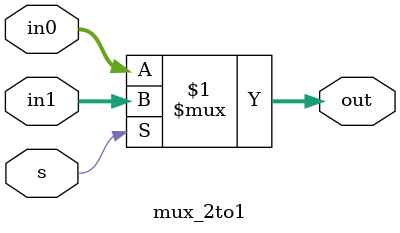
<source format=v>
module mux_2to1
#(
    parameter SIZE = 32
)
(
    input [SIZE-1:0] in0, in1,
    input s,
    output [SIZE-1:0] out
    );
    
    assign out = s ? in1 : in0;
    
endmodule

</source>
